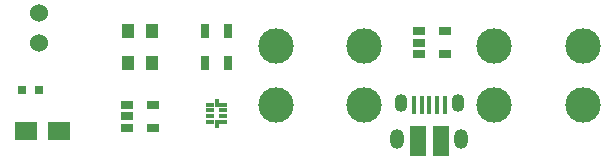
<source format=gbr>
G04 #@! TF.FileFunction,Soldermask,Top*
%FSLAX46Y46*%
G04 Gerber Fmt 4.6, Leading zero omitted, Abs format (unit mm)*
G04 Created by KiCad (PCBNEW 4.0.6) date 04/12/18 14:55:29*
%MOMM*%
%LPD*%
G01*
G04 APERTURE LIST*
%ADD10C,0.100000*%
%ADD11R,0.400000X1.650000*%
%ADD12O,1.100000X1.500000*%
%ADD13O,1.200000X1.700000*%
%ADD14R,1.430000X2.500000*%
%ADD15R,1.000000X1.250000*%
%ADD16R,0.800000X0.750000*%
%ADD17R,1.950000X1.500000*%
%ADD18C,1.524000*%
%ADD19R,0.700000X1.300000*%
%ADD20R,0.680000X0.400000*%
%ADD21R,0.680000X0.350000*%
%ADD22R,0.450000X0.730000*%
%ADD23R,1.060000X0.650000*%
%ADD24C,3.000000*%
G04 APERTURE END LIST*
D10*
D11*
X148950000Y-110250000D03*
X149600000Y-110250000D03*
X150250000Y-110250000D03*
X150900000Y-110250000D03*
X151550000Y-110250000D03*
D12*
X147830000Y-110130000D03*
X152670000Y-110130000D03*
D13*
X147520000Y-113130000D03*
X152980000Y-113130000D03*
D14*
X149290000Y-113370000D03*
X151210000Y-113370000D03*
D15*
X124750000Y-104000000D03*
X126750000Y-104000000D03*
X126750000Y-106750000D03*
X124750000Y-106750000D03*
D16*
X117250000Y-109000000D03*
X115750000Y-109000000D03*
D17*
X118875000Y-112500000D03*
X116125000Y-112500000D03*
D18*
X117250000Y-105040000D03*
X117250000Y-102500000D03*
D19*
X133200000Y-106750000D03*
X131300000Y-106750000D03*
X133200000Y-104000000D03*
X131300000Y-104000000D03*
D20*
X132825000Y-110250000D03*
D21*
X132825000Y-110750000D03*
X132825000Y-111250000D03*
D20*
X132825000Y-111750000D03*
X131675000Y-110250000D03*
D21*
X131675000Y-110750000D03*
X131675000Y-111250000D03*
D20*
X131675000Y-111750000D03*
D22*
X132250000Y-111860000D03*
X132250000Y-110140000D03*
D23*
X149400000Y-104050000D03*
X149400000Y-105000000D03*
X149400000Y-105950000D03*
X151600000Y-105950000D03*
X151600000Y-104050000D03*
X124650000Y-110300000D03*
X124650000Y-111250000D03*
X124650000Y-112200000D03*
X126850000Y-112200000D03*
X126850000Y-110300000D03*
D24*
X155750000Y-110250000D03*
X155750000Y-105250000D03*
X163250000Y-105250000D03*
X163250000Y-110250000D03*
X137250000Y-110250000D03*
X137250000Y-105250000D03*
X144750000Y-105250000D03*
X144750000Y-110250000D03*
M02*

</source>
